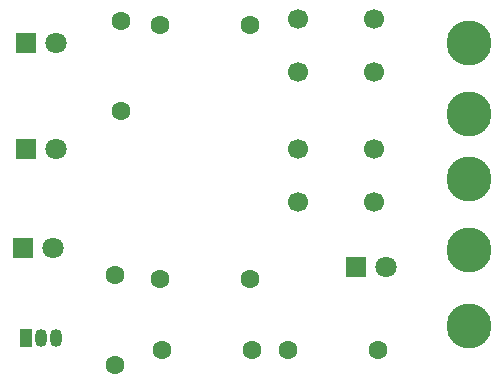
<source format=gbr>
%TF.GenerationSoftware,KiCad,Pcbnew,9.0.7*%
%TF.CreationDate,2026-01-23T18:30:01+09:00*%
%TF.ProjectId,ono-kairo,6f6e6f2d-6b61-4697-926f-2e6b69636164,rev?*%
%TF.SameCoordinates,Original*%
%TF.FileFunction,Soldermask,Bot*%
%TF.FilePolarity,Negative*%
%FSLAX46Y46*%
G04 Gerber Fmt 4.6, Leading zero omitted, Abs format (unit mm)*
G04 Created by KiCad (PCBNEW 9.0.7) date 2026-01-23 18:30:01*
%MOMM*%
%LPD*%
G01*
G04 APERTURE LIST*
%ADD10C,1.800000*%
%ADD11R,1.800000X1.800000*%
%ADD12C,1.700000*%
%ADD13C,3.800000*%
%ADD14R,1.050000X1.500000*%
%ADD15O,1.050000X1.500000*%
%ADD16C,1.600000*%
G04 APERTURE END LIST*
D10*
%TO.C,pH_sensor1*%
X149250000Y-52900000D03*
D11*
X146710000Y-52900000D03*
%TD*%
D12*
%TO.C,button*%
X170000000Y-44500000D03*
X176500000Y-44500000D03*
X170000000Y-49000000D03*
X176500000Y-49000000D03*
%TD*%
%TO.C,button*%
X170000000Y-33500000D03*
X176500000Y-33500000D03*
X170000000Y-38000000D03*
X176500000Y-38000000D03*
%TD*%
D13*
%TO.C,H5*%
X184500000Y-59500000D03*
%TD*%
%TO.C,H4*%
X184500000Y-53000000D03*
%TD*%
%TO.C,H3*%
X184500000Y-47000000D03*
%TD*%
%TO.C,H1*%
X184500000Y-35500000D03*
%TD*%
%TO.C,H2*%
X184500000Y-41500000D03*
%TD*%
D10*
%TO.C,LED*%
X177500000Y-54500000D03*
D11*
X174960000Y-54500000D03*
%TD*%
D14*
%TO.C,ds18b20*%
X146960000Y-60500000D03*
D15*
X148230000Y-60500000D03*
X149500000Y-60500000D03*
%TD*%
D16*
%TO.C,R7*%
X154500000Y-55190000D03*
X154500000Y-62810000D03*
%TD*%
%TO.C,1M*%
X158500000Y-61500000D03*
X166120000Y-61500000D03*
%TD*%
%TO.C,10k*%
X155000000Y-33690000D03*
X155000000Y-41310000D03*
%TD*%
%TO.C,1k*%
X169190000Y-61500000D03*
X176810000Y-61500000D03*
%TD*%
%TO.C,510*%
X158380000Y-34000000D03*
X166000000Y-34000000D03*
%TD*%
%TO.C,10k*%
X158380000Y-55500000D03*
X166000000Y-55500000D03*
%TD*%
D11*
%TO.C,Cdscell1*%
X147000000Y-44500000D03*
D10*
X149540000Y-44500000D03*
%TD*%
D11*
%TO.C,EC_sensor1*%
X146960000Y-35500000D03*
D10*
X149500000Y-35500000D03*
%TD*%
M02*

</source>
